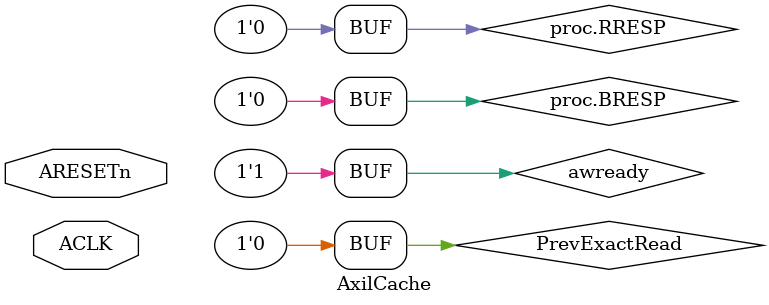
<source format=sv>

`timescale 1ns / 1ns

`define ADDR_WIDTH 32
`define DATA_WIDTH 32

interface axi_if #(
      parameter int ADDR_WIDTH = 32
    , parameter int DATA_WIDTH = 32
);
  logic                      ARREADY;
  logic                      ARVALID;
  logic [    ADDR_WIDTH-1:0] ARADDR;
  logic [               2:0] ARPROT;

  logic                      RREADY;
  logic                      RVALID;
  logic [    DATA_WIDTH-1:0] RDATA;
  logic [               1:0] RRESP;

  logic                      AWREADY;
  logic                      AWVALID;
  logic [    ADDR_WIDTH-1:0] AWADDR;
  logic [               2:0] AWPROT;

  logic                      WREADY;
  logic                      WVALID;
  logic [    DATA_WIDTH-1:0] WDATA;
  logic [(DATA_WIDTH/8)-1:0] WSTRB;

  logic                      BREADY;
  logic                      BVALID;
  logic [               1:0] BRESP;

  modport manager(
      input ARREADY, RVALID, RDATA, RRESP, AWREADY, WREADY, BVALID, BRESP,
      output ARVALID, ARADDR, ARPROT, RREADY, AWVALID, AWADDR, AWPROT, WVALID, WDATA, WSTRB, BREADY
  );
  modport subord(
      input ARVALID, ARADDR, ARPROT, RREADY, AWVALID, AWADDR, AWPROT, WVALID, WDATA, WSTRB, BREADY,
      output ARREADY, RVALID, RDATA, RRESP, AWREADY, WREADY, BVALID, BRESP
  );
endinterface

// [BR]RESP codes, from Section A 3.4.4 of AXI4 spec
`define RESP_OK 2'b00
`define RESP_SUBORDINATE_ERROR 2'b10
`define RESP_DECODE_ERROR 2'b11

/** This is a simple memory that uses the AXI-Lite interface. */
module AxilMemory #(
    parameter int NUM_WORDS = 1024
) (
    input wire ACLK,
    input wire ARESETn,
    axi_if.subord port_ro,
    axi_if.subord port_rw
);
  localparam bit True = 1'b1;
  localparam bit False = 1'b0;
  localparam int AddrLsb = 2;  // since memory elements are 4B
  localparam int AddrMsb = $clog2(NUM_WORDS) + AddrLsb - 1;

  logic [31:0] mem_array[NUM_WORDS];
  logic [31:0] ro_araddr;
  logic ro_araddr_valid;

  initial begin
`ifdef SYNTHESIS
    $readmemh("mem_initial_contents.hex", mem_array);
`endif
  end

  assign port_ro.RRESP = `RESP_OK;
  assign port_ro.BRESP = `RESP_OK;
  assign port_rw.RRESP = `RESP_OK;
  assign port_rw.BRESP = `RESP_OK;

  always_ff @(posedge ACLK) begin
    if (!ARESETn) begin
      ro_araddr <= 0;
      ro_araddr_valid <= False;

      port_ro.ARREADY <= True;
      port_ro.AWREADY <= False;
      port_ro.WREADY  <= False;
      port_ro.RVALID <= False;
      port_ro.RDATA <= 0;

      port_rw.ARREADY <= True;
      port_rw.AWREADY <= True;
      port_rw.WREADY  <= True;
      port_rw.RVALID <= False;
      port_rw.RDATA <= 0;
    end else begin

      // port_ro is read-only

      if (ro_araddr_valid) begin
        // there is a buffered read request
        if (port_ro.RREADY) begin
          // manager accepted our response, we generate next response
          port_ro.RVALID <= True;
          port_ro.RDATA  <= mem_array[ro_araddr[AddrMsb:AddrLsb]];
          ro_araddr <= 0;
          ro_araddr_valid <= False;
          port_ro.ARREADY <= True;
        end
      end else if (port_ro.ARVALID && port_ro.ARREADY) begin
        // we have accepted a read request
        if (port_ro.RVALID && !port_ro.RREADY) begin
          // We have sent a response but manager has not accepted it. Buffer the new read request.
          ro_araddr <= port_ro.ARADDR;
          ro_araddr_valid <= True;
          port_ro.ARREADY <= False;
        end else begin
          // We have sent a response and manager has accepted it. Or, we were not already sending a response.
          // Either way, send a response to the request we just accepted.
          port_ro.RVALID <= True;
          port_ro.RDATA  <= mem_array[port_ro.ARADDR[AddrMsb:AddrLsb]];
        end
      end else if (port_ro.RVALID && port_ro.RREADY) begin
        // No incoming request. We have sent a response and manager has accepted it
        port_ro.RVALID <= False;
        port_ro.RDATA  <= 0;
        port_ro.ARREADY <= True;
      end

      // port_rw is read-write

      // NB: we take a shortcut on port_rw because the manager will always be RREADY/BREADY
      // as 1) the datapath never stalls in the W stage and 2) the cache is always ready
      if (port_rw.ARVALID && port_rw.ARREADY) begin
        port_rw.RVALID <= True;
        port_rw.RDATA  <= mem_array[port_rw.ARADDR[AddrMsb:AddrLsb]];
      end else if (port_rw.RVALID) begin
        port_rw.RVALID <= False;
        port_rw.RDATA  <= 0;
      end

      if (port_rw.AWVALID && port_rw.AWREADY && port_rw.WVALID && port_rw.WREADY) begin
        if (port_rw.WSTRB[0]) begin
          mem_array[port_rw.AWADDR[AddrMsb:AddrLsb]][7:0] <= port_rw.WDATA[7:0];
        end
        if (port_rw.WSTRB[1]) begin
          mem_array[port_rw.AWADDR[AddrMsb:AddrLsb]][15:8] <= port_rw.WDATA[15:8];
        end
        if (port_rw.WSTRB[2]) begin
          mem_array[port_rw.AWADDR[AddrMsb:AddrLsb]][23:16] <= port_rw.WDATA[23:16];
        end
        if (port_rw.WSTRB[3]) begin
          mem_array[port_rw.AWADDR[AddrMsb:AddrLsb]][31:24] <= port_rw.WDATA[31:24];
        end
        port_rw.BVALID <= True;
      end else if (port_rw.BVALID) begin
        port_rw.BVALID <= False;
      end
    end
  end

endmodule

// States for cache state machine. You can change these if you want.
typedef enum {
  // cache can respond to an incoming request
  CACHE_AVAILABLE = 0,
  // cache miss, waiting for fill from memory
  CACHE_AWAIT_READ_FILL_RESPONSE = 1,
   // cache miss, waiting for fill from memory
  CACHE_AWAIT_WRITE_FILL_RESPONSE = 4,
  // cache miss, waiting for writeback to memory
  CACHE_AWAIT_WRITEBACK_RESPONSE = 2,
  // cache waiting for manager to accept response
  CACHE_AWAIT_MANAGER_READY = 3
} cache_state_t;

module AxilCache #(
    /** size of each cache block, in bits */
    parameter int BLOCK_SIZE_BITS = 32,
    /** number of blocks in each way of the cache */
    parameter int NUM_SETS = 4
) (
    input wire ACLK,
    input wire ARESETn,
    axi_if.subord  proc,
    axi_if.manager mem
);

  // TODO: calculate these
  localparam bit True = 1'b1;
  localparam bit False = 1'b0;
  localparam int BlockOffsetBits = 2;
  localparam int IndexBits = $clog2(NUM_SETS);;
  localparam int TagBits = `ADDR_WIDTH - IndexBits - BlockOffsetBits;

  // cache state
  cache_state_t current_state;

  // main cache structures: do not rename as tests reference these names
  logic [BLOCK_SIZE_BITS-1:0] data[NUM_SETS];
  logic [TagBits-1:0] tag[NUM_SETS];
  logic [0:0] valid[NUM_SETS];
  logic [0:0] dirty[NUM_SETS];

  // initialize cache state to all zeroes
  genvar seti;
  for (seti = 0; seti < NUM_SETS; seti = seti + 1) begin : gen_cache_init
    initial begin
      valid[seti] = '0;
      dirty[seti] = '0;
      data[seti] = 0;
      tag[seti] = 0;
    end
  end

  always_comb begin
    // addresses should always be 4B-aligned
    assert (!proc.ARVALID || proc.ARADDR[1:0] == 2'b00);
    assert (proc.ARPROT == 3'd0);
    assert (!proc.AWVALID || proc.AWADDR[1:0] == 2'b00);
    assert (proc.AWPROT == 3'd0);
    // cache is single-ported
    assert (!(proc.ARVALID && (proc.AWVALID || proc.WVALID)));
  end
  // the cache never raises any errors
  assign proc.RRESP = `RESP_OK;
  assign proc.BRESP = `RESP_OK;

  // TODO: the rest of your changes will go below

  logic [BLOCK_SIZE_BITS-1:0] bufferAdd;
  logic [BLOCK_SIZE_BITS-1:0] bufferData;
  logic [BLOCK_SIZE_BITS-1:0] bufferData_comb;
  logic [BLOCK_SIZE_BITS-1:0] bufferAdd_comb;
  logic [BLOCK_SIZE_BITS-1:0] rdata;
  logic readBuffered_comb;
  logic handshake_pending_comb;
  logic readBuffered;
  logic handshake_pending;
  logic [BLOCK_SIZE_BITS-1:0] data_comb;
  logic buffer;
  logic PrevExactRead;
  logic writeMiss;
  logic readMiss;
  logic isWrite;
  logic isRead;
  logic arready;
  logic arvalid;
  logic [BLOCK_SIZE_BITS-1:0] araddr;
  logic rready;
  logic awready;
  logic wready;
  logic readHandshake;
  logic rvalid;
  logic write_to_cache;
  cache_state_t next_state;
  always_ff @(posedge ACLK) begin
      if (!ARESETn) begin // NB: reset when ARESETn == 0
          current_state <= CACHE_AVAILABLE;
          proc.ARREADY <= True;
          proc.AWREADY <= True;
          proc.BVALID <= False;
      end else begin
              current_state <= next_state;
            
              proc.ARREADY <= proc.RREADY || !readBuffered_comb? True: arready;
              proc.AWREADY <= awready;
              proc.WREADY <= wready;

              mem.RREADY <= rready;
              mem.ARADDR <= araddr;
              mem.ARVALID <= arvalid;

              readBuffered <= readBuffered_comb;
              handshake_pending <= handshake_pending_comb;
              bufferAdd <= bufferAdd_comb;
              bufferData <= bufferData_comb;

               if (isRead || readHandshake || handshake_pending) begin
                    proc.RVALID <= rvalid;
                    if (isRead || readHandshake) begin
                    rdata <= data_comb;
                    end
               end

              if (isWrite) begin
                if (proc.WSTRB[0]) begin
                  data[proc.AWADDR[IndexBits + BlockOffsetBits - 1:BlockOffsetBits]][7:0] <= data_comb[7:0];
                end
                if (proc.WSTRB[1]) begin
                  data[proc.AWADDR[IndexBits + BlockOffsetBits - 1:BlockOffsetBits]][15:8] <= data_comb[15:8];
                end
                if (proc.WSTRB[2]) begin
                  data[proc.AWADDR[IndexBits + BlockOffsetBits - 1:BlockOffsetBits]][23:16] <= data_comb[23:16];
                end
                if (proc.WSTRB[3]) begin
                  data[proc.AWADDR[IndexBits + BlockOffsetBits - 1:BlockOffsetBits]][31:24] <= data_comb[31:24];
                end
                dirty[proc.AWADDR[IndexBits + BlockOffsetBits - 1:BlockOffsetBits]] <= True;
                tag[proc.AWADDR[IndexBits + BlockOffsetBits - 1:BlockOffsetBits]] <=
                  proc.AWADDR[`ADDR_WIDTH-1:IndexBits + BlockOffsetBits];
                valid[proc.AWADDR[IndexBits + BlockOffsetBits - 1:BlockOffsetBits]] <= True;
                proc.BVALID <= True;
              end 
              
              if (proc.BVALID && proc.BREADY) begin
                  proc.BVALID <= False;
              end

              if (write_to_cache) begin
                 if (mem.RVALID && mem.RREADY) begin
                // fill cache with data from memory
                data[mem.ARADDR[IndexBits + BlockOffsetBits - 1:BlockOffsetBits]] <= mem.RDATA;
                tag[mem.ARADDR[IndexBits + BlockOffsetBits - 1:BlockOffsetBits]] <= mem.ARADDR[`ADDR_WIDTH-1:IndexBits + BlockOffsetBits];
                valid[mem.ARADDR[IndexBits + BlockOffsetBits - 1:BlockOffsetBits]] <= True;
                end
            end
      end      
  end

  always_comb begin
    if (!ARESETn) begin
      rvalid = False;
      PrevExactRead = False;
      bufferAdd_comb = 0;
      writeMiss = False;
      isWrite = False;
      isRead = False;
      readHandshake = False;
      arready = True;
      awready = True;
      wready = True;
      data_comb = 0;
      handshake_pending_comb = False;
      readBuffered_comb = False;
      write_to_cache = False;
    end else begin
      // default values
      write_to_cache = False;
      handshake_pending_comb = handshake_pending;
      readBuffered_comb = readBuffered;
      bufferData_comb = bufferData;
      bufferAdd_comb = bufferAdd;
      rvalid = handshake_pending? True: False;
      arready = (!handshake_pending);
      awready = True;
      wready = True;
      data_comb = 0;
      buffer = False;
      PrevExactRead = False;
      writeMiss = False;
      readMiss = False;
      isWrite = False;
      isRead = False;
      readHandshake = False;
      // state machine
      mem.AWPROT = 3'b000;
      case (current_state)
          CACHE_AVAILABLE: begin
            proc.RDATA = rdata;
            if (proc.ARVALID && proc.ARREADY) begin
                  if (valid[proc.ARADDR[IndexBits + BlockOffsetBits - 1:BlockOffsetBits]] &&
                    tag[proc.ARADDR[IndexBits + BlockOffsetBits - 1:BlockOffsetBits]] ==
                    proc.ARADDR[`ADDR_WIDTH-1:IndexBits + BlockOffsetBits]) begin

                    // cache hit
                    if (!handshake_pending) begin
                      rvalid = True;
                      data_comb  = data[proc.ARADDR[IndexBits + BlockOffsetBits - 1:BlockOffsetBits]];
                      isRead = True;
                      handshake_pending_comb = True;
                    end else begin 
                      //rvalid = True;
                      handshake_pending_comb = True;
                      readBuffered_comb = True;
                      arready = False;
                      bufferAdd_comb = proc.ARADDR;
                    end
                  next_state = CACHE_AVAILABLE;
            end else begin
                      next_state = CACHE_AWAIT_READ_FILL_RESPONSE;
                      rvalid = False;
                      data_comb = 0;
                      arvalid = True;
                      araddr = proc.ARADDR;
                      rready = True;
                      readMiss = True;
                    end
            end
            if (proc.RVALID && proc.RREADY) begin
                  readHandshake = True;
                  if (readBuffered_comb) begin 
                      data_comb = data[bufferAdd_comb[IndexBits + BlockOffsetBits - 1:BlockOffsetBits]];
                      bufferData_comb = data_comb;
                      rvalid = True;
                      arready = True;
                      bufferAdd_comb = 0;
                      handshake_pending_comb = True;
                      readBuffered_comb = False;
                  end else begin
                      data_comb = data[proc.ARADDR[IndexBits + BlockOffsetBits - 1:BlockOffsetBits]];
                      rvalid = False;
                      arready = True;
                      handshake_pending_comb = False;
                  end
                  next_state = CACHE_AVAILABLE;
            end
          
            if (proc.AWREADY && proc.AWVALID && proc.WVALID && proc.WREADY) begin
                if (valid[proc.AWADDR[IndexBits + BlockOffsetBits - 1:BlockOffsetBits]] &&
                  tag[proc.AWADDR[IndexBits + BlockOffsetBits - 1:BlockOffsetBits]] ==
                  proc.AWADDR[`ADDR_WIDTH-1:IndexBits + BlockOffsetBits]) begin
                    // cache hit
                    writeMiss = False;
                    arready = True;
                    isWrite = True;
                    wready = True;
                    //mem.AWPROT = 3'b001;
                    if (proc.WSTRB[0]) begin
                      data_comb[7:0] = proc.WDATA[7:0];
                    end 
                    if (proc.WSTRB[1]) begin
                      data_comb[15:8] = proc.WDATA[15:8];
                    end
                    if (proc.WSTRB[2]) begin
                      data_comb[23:16] = proc.WDATA[23:16];
                    end
                    if (proc.WSTRB[3]) begin
                      data_comb[31:24] = proc.WDATA[31:24];
                    end
                    next_state = CACHE_AVAILABLE;
                  end else begin

                    next_state = CACHE_AWAIT_WRITE_FILL_RESPONSE;
                    rvalid = False;
                    data_comb = 0;
                    arready = False;
                    arvalid = True;
                    araddr = proc.AWADDR;
                    rready = True;
                    writeMiss = True;
                  end
                
            end
          end
          CACHE_AWAIT_READ_FILL_RESPONSE:  begin
         
              if (mem.RVALID && mem.RREADY) begin
                // fill cache with data from memory
                // data[mem.ARADDR[IndexBits + BlockOffsetBits - 1:BlockOffsetBits]] <= mem.RDATA;
                // tag[mem.ARADDR[IndexBits + BlockOffsetBits - 1:BlockOffsetBits]] <= mem.ARADDR[`ADDR_WIDTH-1:IndexBits + BlockOffsetBits];
                // valid[mem.ARADDR[IndexBits + BlockOffsetBits - 1:BlockOffsetBits]] <= True;
                // check dirty it here
                // memoory signal not being set low
                rready = False;
                arvalid = False;
                rvalid = True;
                proc.RDATA = rdata;
                data_comb =  mem.RDATA;
                next_state = CACHE_AVAILABLE;
                isRead = True;
                write_to_cache = True;
              end
            end

          CACHE_AWAIT_WRITE_FILL_RESPONSE: begin
                rvalid = False;
                arready = False;
                data_comb = 0;
                rready = True;
                arvalid = True;
                araddr = proc.AWADDR;
                next_state = CACHE_AVAILABLE;
                write_to_cache = True;
          end
      endcase
    end
  end
endmodule // AxilCache

`ifndef SYNTHESIS
/** This is used for testing AxilCache in simulation. Since Verilator doesn't allow
SV interfaces in a top-level module, we wrap the interfaces with plain wires. */
module AxilCacheTester #(
    // these parameters are for the AXIL interface
    parameter int ADDR_WIDTH = 32,
    parameter int DATA_WIDTH = 32,
    // these parameters are for the cache
    parameter int BLOCK_SIZE_BITS = 32,
    parameter int NUM_SETS = 4
) (
    input wire ACLK,
    input wire ARESETn,

    input  wire                       CACHE_ARVALID,
    output logic                      CACHE_ARREADY,
    input  wire  [    ADDR_WIDTH-1:0] CACHE_ARADDR,
    input  wire  [               2:0] CACHE_ARPROT,
    output logic                      CACHE_RVALID,
    input  wire                       CACHE_RREADY,
    output logic [    ADDR_WIDTH-1:0] CACHE_RDATA,
    output logic [               1:0] CACHE_RRESP,
    input  wire                       CACHE_AWVALID,
    output logic                      CACHE_AWREADY,
    input  wire  [    ADDR_WIDTH-1:0] CACHE_AWADDR,
    input  wire  [               2:0] CACHE_AWPROT,
    input  wire                       CACHE_WVALID,
    output logic                      CACHE_WREADY,
    input  wire  [    DATA_WIDTH-1:0] CACHE_WDATA,
    input  wire  [(DATA_WIDTH/8)-1:0] CACHE_WSTRB,
    output logic                      CACHE_BVALID,
    input  wire                       CACHE_BREADY,
    output logic [               1:0] CACHE_BRESP,

    output wire                       MEM_ARVALID,
    input  logic                      MEM_ARREADY,
    output wire  [    ADDR_WIDTH-1:0] MEM_ARADDR,
    output wire  [               2:0] MEM_ARPROT,
    input  logic                      MEM_RVALID,
    output wire                       MEM_RREADY,
    input  logic [    ADDR_WIDTH-1:0] MEM_RDATA,
    input  logic [               1:0] MEM_RRESP,
    output wire                       MEM_AWVALID,
    input  logic                      MEM_AWREADY,
    output wire  [    ADDR_WIDTH-1:0] MEM_AWADDR,
    output wire  [               2:0] MEM_AWPROT,
    output wire                       MEM_WVALID,
    input  logic                      MEM_WREADY,
    output wire  [    DATA_WIDTH-1:0] MEM_WDATA,
    output wire  [(DATA_WIDTH/8)-1:0] MEM_WSTRB,
    input  logic                      MEM_BVALID,
    output wire                       MEM_BREADY,
    input  logic [               1:0] MEM_BRESP
);

  axi_if #(
      .ADDR_WIDTH(ADDR_WIDTH),
      .DATA_WIDTH(DATA_WIDTH)
  ) cache_axi ();
  assign cache_axi.manager.ARVALID = CACHE_ARVALID;
  assign CACHE_ARREADY = cache_axi.manager.ARREADY;
  assign cache_axi.manager.ARADDR = CACHE_ARADDR;
  assign cache_axi.manager.ARPROT = CACHE_ARPROT;
  assign CACHE_RVALID = cache_axi.manager.RVALID;
  assign cache_axi.manager.RREADY = CACHE_RREADY;
  assign CACHE_RRESP = cache_axi.manager.RRESP;
  assign CACHE_RDATA = cache_axi.manager.RDATA;
  assign cache_axi.manager.AWVALID = CACHE_AWVALID;
  assign CACHE_AWREADY = cache_axi.manager.AWREADY;
  assign cache_axi.manager.AWADDR = CACHE_AWADDR;
  assign cache_axi.manager.AWPROT = CACHE_AWPROT;
  assign cache_axi.manager.WVALID = CACHE_WVALID;
  assign CACHE_WREADY = cache_axi.manager.WREADY;
  assign cache_axi.manager.WDATA = CACHE_WDATA;
  assign cache_axi.manager.WSTRB = CACHE_WSTRB;
  assign CACHE_BVALID = cache_axi.manager.BVALID;
  assign cache_axi.manager.BREADY = CACHE_BREADY;
  assign CACHE_BRESP = cache_axi.manager.BRESP;

  axi_if #(
      .ADDR_WIDTH(ADDR_WIDTH),
      .DATA_WIDTH(DATA_WIDTH)
  ) mem_axi ();
   assign MEM_ARVALID = mem_axi.subord.ARVALID;
   assign mem_axi.subord.ARREADY = MEM_ARREADY;
   assign MEM_ARADDR = mem_axi.subord.ARADDR;
   assign MEM_ARPROT = mem_axi.subord.ARPROT;
   assign mem_axi.subord.RVALID = MEM_RVALID;
   assign MEM_RREADY = mem_axi.subord.RREADY;
   assign mem_axi.subord.RRESP = MEM_RRESP;
   assign mem_axi.subord.RDATA = MEM_RDATA;
   assign MEM_AWVALID = mem_axi.subord.AWVALID;
   assign mem_axi.subord.AWREADY = MEM_AWREADY;
   assign MEM_AWADDR = mem_axi.subord.AWADDR;
   assign MEM_AWPROT = mem_axi.subord.AWPROT;
   assign MEM_WVALID = mem_axi.subord.WVALID;
   assign mem_axi.subord.WREADY = MEM_WREADY;
   assign MEM_WDATA = mem_axi.subord.WDATA;
   assign MEM_WSTRB = mem_axi.subord.WSTRB;
   assign mem_axi.subord.BVALID = MEM_BVALID;
   assign MEM_BREADY = mem_axi.subord.BREADY;
   assign mem_axi.subord.BRESP = MEM_BRESP;

  AxilCache #(
    .BLOCK_SIZE_BITS(BLOCK_SIZE_BITS),
    .NUM_SETS(NUM_SETS)
  ) cache (
      .ACLK(ACLK),
      .ARESETn(ARESETn),
      .proc(cache_axi.subord),
      .mem(mem_axi.manager)
  );
endmodule // AxilCacheTester
`endif


</source>
